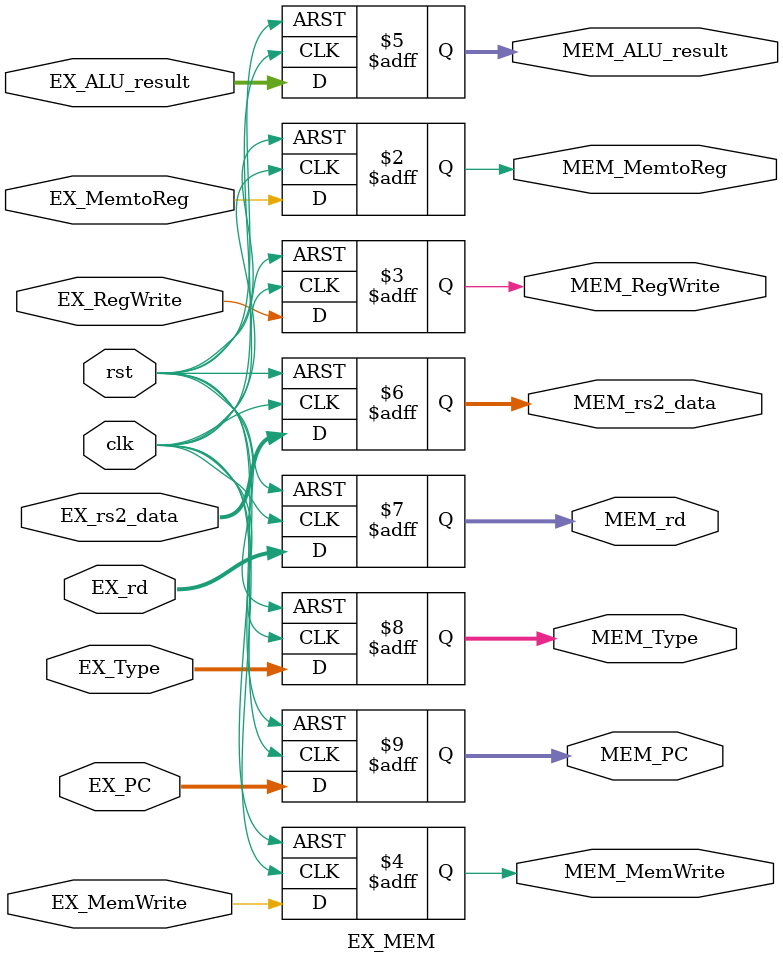
<source format=sv>

module EX_MEM (clk,
			  rst,
			  // input 
			  // WB
			  EX_MemtoReg,
			  EX_RegWrite,
			  // M
			  EX_MemWrite,
			  // pipe
			  EX_ALU_result,
			  EX_rs2_data,
			  EX_rd,
			  EX_Type,
			  EX_PC,
			  // output
			  // WB
			  MEM_MemtoReg,
			  MEM_RegWrite,
			  // M
			  MEM_MemWrite,
			  // pipe
			  MEM_ALU_result,
			  MEM_rs2_data,
			  MEM_rd,
			  MEM_Type,
			  MEM_PC		  		  			  
			  );
	
	parameter pc_size = 32;	
	parameter data_size = 32;
	
	input clk, rst;		  
			  
	// WB		  
	input EX_MemtoReg;
    input EX_RegWrite;
    // M
    input EX_MemWrite;
	// pipe		  
	input [data_size-1:0] EX_ALU_result;
    input [data_size-1:0] EX_rs2_data;
    input [4:0] EX_rd;
    input [3:0] EX_Type;
	input [pc_size-1:0] EX_PC;
	
	// WB
	output MEM_MemtoReg;	
	output MEM_RegWrite;	
	// M	
	output MEM_MemWrite;	
	// pipe		  
	output [data_size-1:0] MEM_ALU_result;
	output [data_size-1:0] MEM_rs2_data;
	output [4:0] MEM_rd;
	output [3:0] MEM_Type;
	output [pc_size-1:0] MEM_PC;
	

	// WB
	logic MEM_MemtoReg;	
	logic MEM_RegWrite;	
	// M	
	logic MEM_MemWrite;	
	// pipe		  
	logic [data_size-1:0] MEM_ALU_result;
	logic [data_size-1:0] MEM_rs2_data;
    logic [4:0] MEM_rd;
    logic [3:0] MEM_Type;
	logic [pc_size-1:0] MEM_PC;

	
	always @(posedge clk or posedge rst) begin
		if (rst) begin
			// WB
		    MEM_MemtoReg		 <= 1'b0;	
		    MEM_RegWrite		 <= 1'b0;	
		    // M	
		    MEM_MemWrite		 <= 1'b0;		
		    // pipe		  
		    MEM_ALU_result		 <= 32'd0;
		    MEM_rs2_data		 <= 32'd0;
		    MEM_rd		 		 <= 5'd0;
			MEM_Type			 <= 4'd0;
			MEM_PC				 <= 32'd0;
		end
		else begin
			// WB
			MEM_MemtoReg		 <= EX_MemtoReg;
		    MEM_RegWrite		 <= EX_RegWrite;
		    // M	
		    MEM_MemWrite		 <= EX_MemWrite;
		    // pipe		  
		    MEM_ALU_result	 	 <= EX_ALU_result;
		    MEM_rs2_data		 <= EX_rs2_data;
		    MEM_rd		 		 <= EX_rd;
			MEM_Type			 <= EX_Type;
			MEM_PC				 <= EX_PC;
		end
	end
	
endmodule



























</source>
